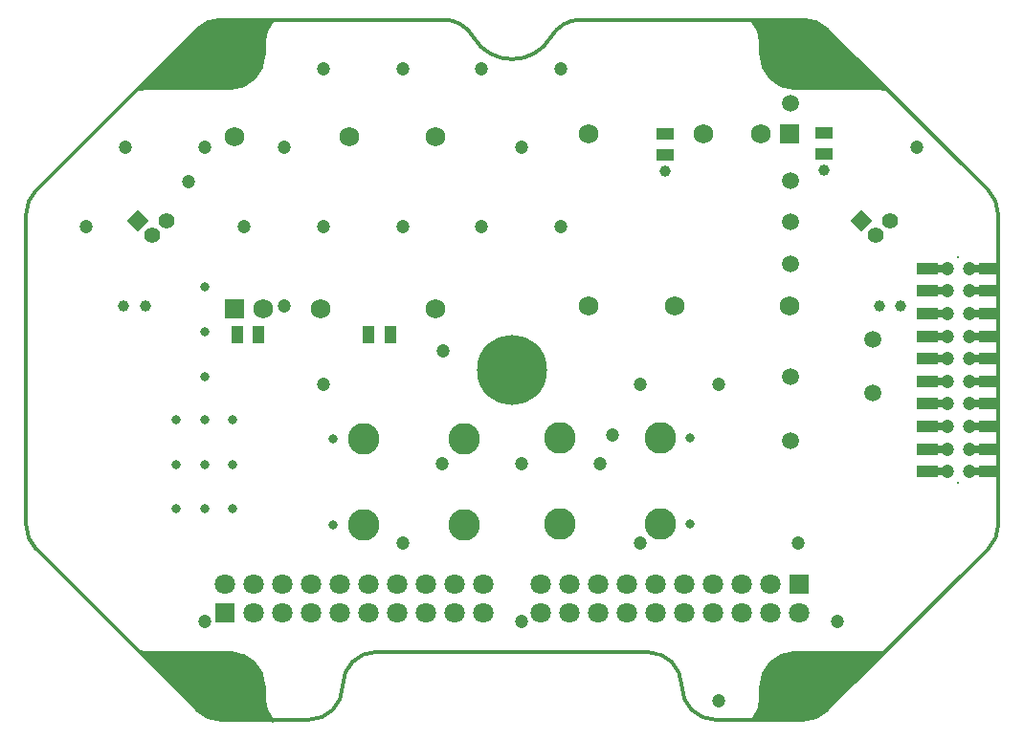
<source format=gbs>
G04*
G04 #@! TF.GenerationSoftware,Altium Limited,Altium Designer,20.1.10 (176)*
G04*
G04 Layer_Color=16711935*
%FSAX42Y42*%
%MOMM*%
G71*
G04*
G04 #@! TF.SameCoordinates,FCFB62F1-B148-46F0-B019-BB0DAA43D111*
G04*
G04*
G04 #@! TF.FilePolarity,Negative*
G04*
G01*
G75*
%ADD11C,0.30*%
%ADD16R,1.00X1.50*%
%ADD20C,1.20*%
%ADD21C,0.20*%
%ADD22C,1.40*%
%ADD23P,1.98X4X90.0*%
%ADD24C,1.73*%
%ADD25R,1.73X1.73*%
%ADD26C,1.80*%
%ADD27R,1.80X1.80*%
%ADD28C,2.80*%
%ADD29C,1.50*%
%ADD30C,6.20*%
%ADD31C,1.00*%
%ADD32C,4.20*%
%ADD33C,0.80*%
%ADD74R,1.83X1.02*%
%ADD75R,1.70X0.70*%
%ADD76R,1.50X1.00*%
G36*
X004077Y001824D02*
X004077Y001824D01*
X004077Y001824D01*
X004097Y001824D01*
X004136Y001819D01*
X004173Y001809D01*
X004210Y001794D01*
X004243Y001774D01*
X004275Y001750D01*
X004302Y001723D01*
X004326Y001692D01*
X004346Y001658D01*
X004361Y001621D01*
X004371Y001584D01*
X004376Y001545D01*
X004376Y001525D01*
X004376Y001525D01*
X004374Y001506D01*
X004374Y001467D01*
X004376Y001429D01*
X004382Y001391D01*
X004391Y001353D01*
X004402Y001317D01*
X004417Y001281D01*
X004434Y001247D01*
X004436Y001243D01*
X004429Y001230D01*
X004387Y001229D01*
X004275Y001229D01*
X004162Y001229D01*
X004050Y001229D01*
X003994Y001230D01*
X003985Y001230D01*
X003967Y001231D01*
X003949Y001233D01*
X003931Y001236D01*
X003922Y001239D01*
Y001239D01*
X003917Y001240D01*
X003907Y001243D01*
X003898Y001246D01*
X003888Y001250D01*
X003884Y001252D01*
X003884Y001252D01*
X003876Y001254D01*
X003861Y001261D01*
X003846Y001269D01*
X003832Y001277D01*
X003825Y001282D01*
X003796Y001306D01*
X003794Y001307D01*
X003790Y001311D01*
X003784Y001317D01*
X003288Y001813D01*
X003293Y001825D01*
X004077Y001824D01*
D02*
G37*
G36*
X004397Y007430D02*
X004441Y007430D01*
X004448Y007417D01*
X004446Y007413D01*
X004426Y007379D01*
X004409Y007343D01*
X004395Y007307D01*
X004385Y007269D01*
X004377Y007230D01*
X004372Y007191D01*
X004371Y007151D01*
X004371Y007132D01*
X004371Y007132D01*
X004371Y007132D01*
X004372Y007112D01*
X004368Y007073D01*
X004359Y007034D01*
X004344Y006997D01*
X004325Y006963D01*
X004301Y006931D01*
X004273Y006903D01*
X004241Y006879D01*
X004207Y006860D01*
X004170Y006845D01*
X004131Y006836D01*
X004092Y006832D01*
X004072Y006833D01*
Y006833D01*
X004072Y006833D01*
X004072Y006833D01*
X003276Y006818D01*
X003271Y006830D01*
X003779Y007338D01*
X003789Y007347D01*
X003794Y007352D01*
X003821Y007375D01*
X003827Y007380D01*
X003841Y007388D01*
X003854Y007396D01*
X003869Y007402D01*
X003876Y007405D01*
X003881Y007407D01*
X003891Y007411D01*
X003901Y007415D01*
X003905Y007416D01*
X003916Y007419D01*
X003916Y007419D01*
X003928Y007422D01*
X003941Y007425D01*
X003958Y007428D01*
X003975Y007430D01*
X003984Y007430D01*
X003984Y007430D01*
X004043Y007430D01*
X004161Y007431D01*
X004279Y007431D01*
X004397Y007430D01*
D02*
G37*
G36*
X009855Y001814D02*
X009360Y001319D01*
X009353Y001312D01*
X009350Y001309D01*
X009348Y001307D01*
X009318Y001283D01*
X009311Y001278D01*
X009297Y001270D01*
X009283Y001262D01*
X009268Y001256D01*
X009260Y001253D01*
X009260Y001253D01*
X009255Y001251D01*
X009246Y001247D01*
X009236Y001244D01*
X009226Y001241D01*
X009222Y001240D01*
Y001240D01*
X009213Y001238D01*
X009195Y001234D01*
X009177Y001232D01*
X009159Y001231D01*
X009150Y001231D01*
X009094Y001231D01*
X008981Y001230D01*
X008869Y001230D01*
X008756Y001231D01*
X008715Y001231D01*
X008707Y001244D01*
X008710Y001248D01*
X008727Y001282D01*
X008741Y001318D01*
X008753Y001355D01*
X008762Y001392D01*
X008767Y001430D01*
X008770Y001469D01*
X008769Y001507D01*
X008768Y001526D01*
X008768Y001526D01*
X008768Y001546D01*
X008773Y001585D01*
X008783Y001623D01*
X008798Y001659D01*
X008817Y001693D01*
X008841Y001724D01*
X008869Y001752D01*
X008900Y001775D01*
X008934Y001795D01*
X008970Y001810D01*
X009008Y001820D01*
X009047Y001825D01*
X009066Y001825D01*
X009066Y001825D01*
X009066Y001825D01*
X009850Y001826D01*
X009855Y001814D01*
D02*
G37*
G36*
X008987Y007432D02*
X009105Y007432D01*
X009164Y007432D01*
X009164Y007432D01*
X009172Y007431D01*
X009189Y007430D01*
X009206Y007427D01*
X009223Y007423D01*
X009231Y007421D01*
X009236Y007420D01*
X009246Y007416D01*
X009257Y007413D01*
X009266Y007409D01*
X009271Y007407D01*
X009279Y007404D01*
X009293Y007397D01*
X009307Y007390D01*
X009320Y007382D01*
X009327Y007377D01*
X009354Y007354D01*
X009359Y007349D01*
X009368Y007340D01*
X009876Y006832D01*
X009871Y006820D01*
X009075Y006835D01*
X009055Y006834D01*
X009016Y006838D01*
X008978Y006847D01*
X008941Y006862D01*
X008906Y006881D01*
X008874Y006905D01*
X008846Y006933D01*
X008823Y006964D01*
X008803Y006999D01*
X008789Y007036D01*
X008780Y007074D01*
X008776Y007114D01*
X008777Y007134D01*
X008777Y007134D01*
X008777Y007134D01*
X008777Y007153D01*
X008775Y007193D01*
X008771Y007232D01*
X008763Y007270D01*
X008752Y007308D01*
X008738Y007345D01*
X008721Y007381D01*
X008702Y007415D01*
X008699Y007419D01*
X008706Y007432D01*
X008750Y007432D01*
X008868Y007432D01*
X008987Y007432D01*
D02*
G37*
D11*
X008773Y007125D02*
G03*
X009073Y006825I000300J000000D01*
G01*
Y001825D02*
G03*
X008773Y001525I000000J-000300D01*
G01*
X009880Y006819D02*
G03*
X009817Y006825I-000062J-000293D01*
G01*
Y001825D02*
G03*
X009864Y001829I000000J000300D01*
G01*
X008703Y001232D02*
G03*
X008773Y001425I-000230J000193D01*
G01*
X004073Y006825D02*
G03*
X004373Y007125I000000J000300D01*
G01*
Y001425D02*
G03*
X004450Y001224I000300J000000D01*
G01*
X008773Y007225D02*
G03*
X008694Y007428I-000300J000000D01*
G01*
X004450Y007426D02*
G03*
X004373Y007225I000223J-000201D01*
G01*
Y001525D02*
G03*
X004073Y001825I-000300J000000D01*
G01*
X003329Y006825D02*
G03*
X003261Y006817I000000J-000300D01*
G01*
X003277Y001830D02*
G03*
X003329Y001825I000052J000295D01*
G01*
X003782Y001320D02*
G03*
X003994Y001232I000212J000212D01*
G01*
X002270Y002957D02*
G03*
X002358Y002745I000300J000000D01*
G01*
X007176Y007432D02*
G03*
X006916Y007282I000000J-000300D01*
G01*
X006224D02*
G03*
X006916Y007282I000346J000200D01*
G01*
X008070Y001532D02*
G03*
X007770Y001833I-000300J000000D01*
G01*
X002358Y005920D02*
G03*
X002270Y005708I000212J-000212D01*
G01*
X003994Y007432D02*
G03*
X003782Y007345I000000J-000300D01*
G01*
X010782Y002745D02*
G03*
X010870Y002957I-000212J000212D01*
G01*
X009146Y001232D02*
G03*
X009358Y001320I000000J000300D01*
G01*
X008070Y001532D02*
G03*
X008370Y001232I000300J000000D01*
G01*
X004770D02*
G03*
X005070Y001532I000000J000300D01*
G01*
X010870Y005708D02*
G03*
X010782Y005920I-000300J000000D01*
G01*
X006224Y007282D02*
G03*
X005964Y007432I-000260J-000150D01*
G01*
X005370Y001833D02*
G03*
X005070Y001532I000000J-000300D01*
G01*
X009358Y007345D02*
G03*
X009146Y007432I-000212J-000212D01*
G01*
X009073Y006825D02*
X009817D01*
X009073Y001825D02*
X009817D01*
X008773Y007125D02*
Y007225D01*
Y001425D02*
Y001525D01*
X004373Y007125D02*
Y007225D01*
Y001425D02*
Y001525D01*
X003329Y006825D02*
X004073D01*
X003329Y001825D02*
X004073D01*
X005370Y001833D02*
X007770D01*
X007176Y007432D02*
X009146D01*
X002358Y005920D02*
X003782Y007345D01*
X002358Y002745D02*
X003782Y001320D01*
X008370Y001232D02*
X009146D01*
X003994Y007432D02*
X005964D01*
X009358Y007345D02*
X010782Y005920D01*
X009358Y001320D02*
X010782Y002745D01*
X003994Y001232D02*
X004770D01*
X010870Y002957D02*
Y005708D01*
X002270Y002957D02*
Y005708D01*
D16*
X005490Y004645D02*
D03*
X005300D02*
D03*
X004329D02*
D03*
X004139D02*
D03*
D20*
X010618Y003430D02*
D03*
X010418D02*
D03*
X010618Y003630D02*
D03*
X010418D02*
D03*
X010618Y003830D02*
D03*
X010418D02*
D03*
X010618Y004030D02*
D03*
X010418D02*
D03*
Y005230D02*
D03*
X010618D02*
D03*
X010418Y005030D02*
D03*
X010618D02*
D03*
X010418Y004830D02*
D03*
X010618D02*
D03*
X010418Y004630D02*
D03*
X010618D02*
D03*
X010418Y004430D02*
D03*
X010618D02*
D03*
X010418Y004230D02*
D03*
X010618D02*
D03*
X010150Y006300D02*
D03*
X009100Y002800D02*
D03*
X009450Y002100D02*
D03*
X008400Y004200D02*
D03*
Y001400D02*
D03*
X007700Y004200D02*
D03*
Y002800D02*
D03*
X007000Y007000D02*
D03*
Y005600D02*
D03*
X007350Y003500D02*
D03*
X006300Y007000D02*
D03*
X006650Y006300D02*
D03*
X006300Y005600D02*
D03*
X006650Y003500D02*
D03*
Y002100D02*
D03*
X005600Y007000D02*
D03*
Y005600D02*
D03*
X005950Y003500D02*
D03*
X005600Y002800D02*
D03*
X004900Y007000D02*
D03*
Y005600D02*
D03*
Y004200D02*
D03*
X004550Y006300D02*
D03*
X004200Y005600D02*
D03*
X004550Y004900D02*
D03*
X003850Y006300D02*
D03*
Y002100D02*
D03*
X003150Y006300D02*
D03*
X002800Y005600D02*
D03*
X007460Y003750D02*
D03*
X005960Y004500D02*
D03*
X003710Y006000D02*
D03*
D21*
X010518Y005330D02*
D03*
Y003330D02*
D03*
D22*
X009912Y005650D02*
D03*
X009785Y005523D02*
D03*
X003513Y005650D02*
D03*
X003386Y005523D02*
D03*
D23*
X009658Y005650D02*
D03*
X003259D02*
D03*
D24*
X009026Y004898D02*
D03*
X008010D02*
D03*
X007248D02*
D03*
Y006422D02*
D03*
X008264D02*
D03*
X008772D02*
D03*
X004114Y006394D02*
D03*
X005130D02*
D03*
X005892D02*
D03*
Y004870D02*
D03*
X004876D02*
D03*
X004368D02*
D03*
D25*
X009026Y006422D02*
D03*
X004114Y004870D02*
D03*
D26*
X006316Y002176D02*
D03*
Y002430D02*
D03*
X005554D02*
D03*
X006062Y002176D02*
D03*
Y002430D02*
D03*
X005808Y002176D02*
D03*
Y002430D02*
D03*
X005554Y002176D02*
D03*
X004792Y002430D02*
D03*
X005300Y002176D02*
D03*
Y002430D02*
D03*
X005046Y002176D02*
D03*
Y002430D02*
D03*
X004792Y002176D02*
D03*
X004030Y002430D02*
D03*
X004284Y002176D02*
D03*
Y002430D02*
D03*
X004538Y002176D02*
D03*
Y002430D02*
D03*
X006824Y002430D02*
D03*
Y002176D02*
D03*
X007586D02*
D03*
X007078Y002430D02*
D03*
Y002176D02*
D03*
X007332Y002430D02*
D03*
Y002176D02*
D03*
X007586Y002430D02*
D03*
X008348Y002176D02*
D03*
X007840Y002430D02*
D03*
Y002176D02*
D03*
X008094Y002430D02*
D03*
Y002176D02*
D03*
X008348Y002430D02*
D03*
X009110Y002176D02*
D03*
X008856Y002430D02*
D03*
Y002176D02*
D03*
X008602Y002430D02*
D03*
Y002176D02*
D03*
D27*
X004030Y002176D02*
D03*
X009110Y002430D02*
D03*
D28*
X006993Y003727D02*
D03*
X007882D02*
D03*
X006142Y002960D02*
D03*
X005253D02*
D03*
Y003722D02*
D03*
X006142D02*
D03*
X006993Y002965D02*
D03*
X007882D02*
D03*
D29*
X009757Y004597D02*
D03*
X009032Y003700D02*
D03*
Y004272D02*
D03*
Y005638D02*
D03*
Y006005D02*
D03*
Y006690D02*
D03*
Y005267D02*
D03*
X009757Y004125D02*
D03*
D30*
X006570Y004330D02*
D03*
D31*
X009330Y006097D02*
D03*
X003322Y004900D02*
D03*
X007920Y006090D02*
D03*
X009820Y004900D02*
D03*
X010010D02*
D03*
X003130D02*
D03*
D32*
X009070Y007130D02*
D03*
X004070D02*
D03*
X009070Y001530D02*
D03*
X004070D02*
D03*
D33*
X008143Y003732D02*
D03*
X003847Y005066D02*
D03*
Y004670D02*
D03*
Y004274D02*
D03*
X004100Y003890D02*
D03*
X004100Y003494D02*
D03*
Y003098D02*
D03*
X003847Y003890D02*
D03*
Y003494D02*
D03*
Y003098D02*
D03*
X003594D02*
D03*
Y003494D02*
D03*
Y003890D02*
D03*
X008143Y002970D02*
D03*
X004983Y003722D02*
D03*
Y002960D02*
D03*
D74*
X010793Y003830D02*
D03*
Y003430D02*
D03*
Y003630D02*
D03*
Y004030D02*
D03*
Y004830D02*
D03*
Y004430D02*
D03*
Y004230D02*
D03*
Y004630D02*
D03*
Y005230D02*
D03*
Y005030D02*
D03*
X010243D02*
D03*
Y004430D02*
D03*
Y004230D02*
D03*
Y004630D02*
D03*
Y004830D02*
D03*
Y004030D02*
D03*
Y003830D02*
D03*
Y003430D02*
D03*
Y003630D02*
D03*
Y005230D02*
D03*
D75*
X010683Y005230D02*
D03*
Y005030D02*
D03*
Y004830D02*
D03*
Y004630D02*
D03*
Y004430D02*
D03*
Y004230D02*
D03*
Y004030D02*
D03*
Y003830D02*
D03*
Y003630D02*
D03*
X010353Y005230D02*
D03*
Y005030D02*
D03*
Y004830D02*
D03*
Y004630D02*
D03*
Y004430D02*
D03*
Y004230D02*
D03*
Y004030D02*
D03*
Y003830D02*
D03*
Y003630D02*
D03*
Y003430D02*
D03*
X010683D02*
D03*
D76*
X007920Y006232D02*
D03*
Y006422D02*
D03*
X009330Y006240D02*
D03*
Y006430D02*
D03*
M02*

</source>
